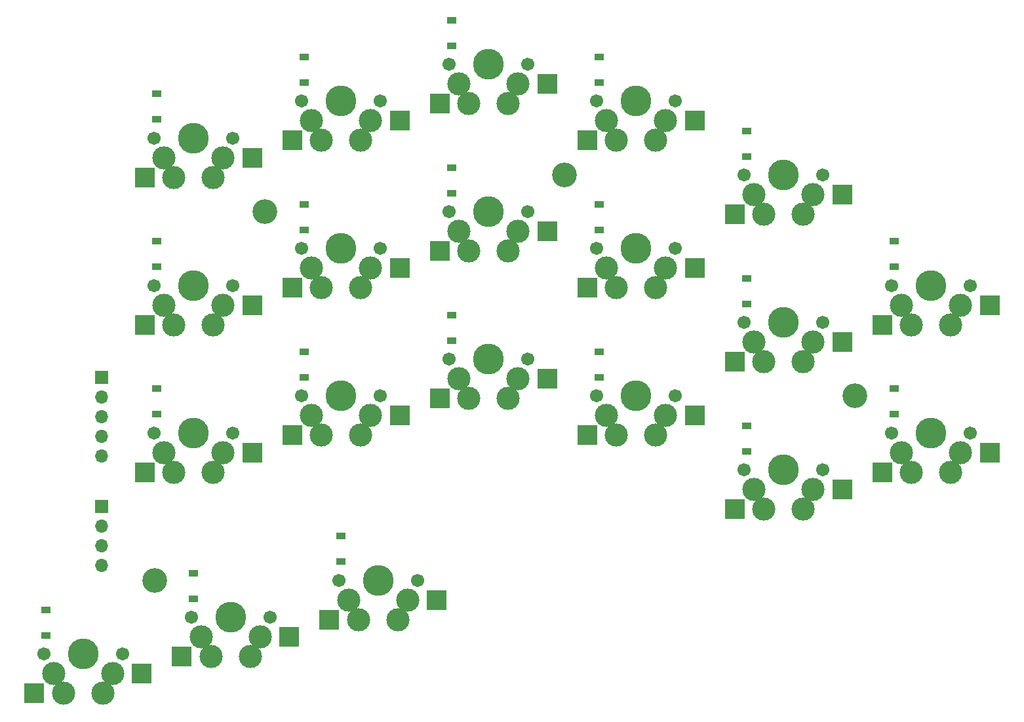
<source format=gbs>
G04 #@! TF.GenerationSoftware,KiCad,Pcbnew,5.1.10-88a1d61d58~88~ubuntu18.04.1*
G04 #@! TF.CreationDate,2021-07-26T22:38:52+03:00*
G04 #@! TF.ProjectId,pcb,7063622e-6b69-4636-9164-5f7063625858,rev?*
G04 #@! TF.SameCoordinates,Original*
G04 #@! TF.FileFunction,Soldermask,Bot*
G04 #@! TF.FilePolarity,Negative*
%FSLAX46Y46*%
G04 Gerber Fmt 4.6, Leading zero omitted, Abs format (unit mm)*
G04 Created by KiCad (PCBNEW 5.1.10-88a1d61d58~88~ubuntu18.04.1) date 2021-07-26 22:38:52*
%MOMM*%
%LPD*%
G01*
G04 APERTURE LIST*
%ADD10C,3.200000*%
%ADD11R,2.550000X2.500000*%
%ADD12C,1.701800*%
%ADD13C,3.987800*%
%ADD14C,3.000000*%
%ADD15O,1.700000X1.700000*%
%ADD16R,1.700000X1.700000*%
%ADD17R,1.200000X0.900000*%
G04 APERTURE END LIST*
D10*
X9225000Y9525000D03*
X23512500Y57150000D03*
X62212500Y61912500D03*
X99712500Y33337500D03*
D11*
X117098000Y45085000D03*
D12*
X114618000Y47625000D03*
X104458000Y47625000D03*
D13*
X109538000Y47625000D03*
D14*
X113348000Y45085000D03*
X106998000Y42545000D03*
D11*
X103248000Y42545000D03*
X98047500Y21272500D03*
D12*
X95567500Y23812500D03*
X85407500Y23812500D03*
D13*
X90487500Y23812500D03*
D14*
X94297500Y21272500D03*
X87947500Y18732500D03*
D11*
X84197500Y18732500D03*
X98047500Y40322500D03*
D12*
X95567500Y42862500D03*
X85407500Y42862500D03*
D13*
X90487500Y42862500D03*
D14*
X94297500Y40322500D03*
X87947500Y37782500D03*
D11*
X84197500Y37782500D03*
X98047500Y59372500D03*
D12*
X95567500Y61912500D03*
X85407500Y61912500D03*
D13*
X90487500Y61912500D03*
D14*
X94297500Y59372500D03*
X87947500Y56832500D03*
D11*
X84197500Y56832500D03*
X117098000Y26035000D03*
D12*
X114618000Y28575000D03*
X104458000Y28575000D03*
D13*
X109538000Y28575000D03*
D14*
X113348000Y26035000D03*
X106998000Y23495000D03*
D11*
X103248000Y23495000D03*
X78997500Y30797500D03*
D12*
X76517500Y33337500D03*
X66357500Y33337500D03*
D13*
X71437500Y33337500D03*
D14*
X75247500Y30797500D03*
X68897500Y28257500D03*
D11*
X65147500Y28257500D03*
X78997500Y49847500D03*
D12*
X76517500Y52387500D03*
X66357500Y52387500D03*
D13*
X71437500Y52387500D03*
D14*
X75247500Y49847500D03*
X68897500Y47307500D03*
D11*
X65147500Y47307500D03*
X78997500Y68897500D03*
D12*
X76517500Y71437500D03*
X66357500Y71437500D03*
D13*
X71437500Y71437500D03*
D14*
X75247500Y68897500D03*
X68897500Y66357500D03*
D11*
X65147500Y66357500D03*
X45660000Y6985000D03*
D12*
X43180000Y9525000D03*
X33020000Y9525000D03*
D13*
X38100000Y9525000D03*
D14*
X41910000Y6985000D03*
X35560000Y4445000D03*
D11*
X31810000Y4445000D03*
X59947500Y35560000D03*
D12*
X57467500Y38100000D03*
X47307500Y38100000D03*
D13*
X52387500Y38100000D03*
D14*
X56197500Y35560000D03*
X49847500Y33020000D03*
D11*
X46097500Y33020000D03*
X59947500Y54610000D03*
D12*
X57467500Y57150000D03*
X47307500Y57150000D03*
D13*
X52387500Y57150000D03*
D14*
X56197500Y54610000D03*
X49847500Y52070000D03*
D11*
X46097500Y52070000D03*
X59947500Y73660000D03*
D12*
X57467500Y76200000D03*
X47307500Y76200000D03*
D13*
X52387500Y76200000D03*
D14*
X56197500Y73660000D03*
X49847500Y71120000D03*
D11*
X46097500Y71120000D03*
X26610000Y2222500D03*
D12*
X24130000Y4762500D03*
X13970000Y4762500D03*
D13*
X19050000Y4762500D03*
D14*
X22860000Y2222500D03*
X16510000Y-317500D03*
D11*
X12760000Y-317500D03*
X40897500Y30797500D03*
D12*
X38417500Y33337500D03*
X28257500Y33337500D03*
D13*
X33337500Y33337500D03*
D14*
X37147500Y30797500D03*
X30797500Y28257500D03*
D11*
X27047500Y28257500D03*
X40897500Y49847500D03*
D12*
X38417500Y52387500D03*
X28257500Y52387500D03*
D13*
X33337500Y52387500D03*
D14*
X37147500Y49847500D03*
X30797500Y47307500D03*
D11*
X27047500Y47307500D03*
X40897500Y68897500D03*
D12*
X38417500Y71437500D03*
X28257500Y71437500D03*
D13*
X33337500Y71437500D03*
D14*
X37147500Y68897500D03*
X30797500Y66357500D03*
D11*
X27047500Y66357500D03*
X7560000Y-2540000D03*
D12*
X5080000Y0D03*
X-5080000Y0D03*
D13*
X0Y0D03*
D14*
X3810000Y-2540000D03*
X-2540000Y-5080000D03*
D11*
X-6290000Y-5080000D03*
X21847500Y26035000D03*
D12*
X19367500Y28575000D03*
X9207500Y28575000D03*
D13*
X14287500Y28575000D03*
D14*
X18097500Y26035000D03*
X11747500Y23495000D03*
D11*
X7997500Y23495000D03*
X21847500Y45085000D03*
D12*
X19367500Y47625000D03*
X9207500Y47625000D03*
D13*
X14287500Y47625000D03*
D14*
X18097500Y45085000D03*
X11747500Y42545000D03*
D11*
X7997500Y42545000D03*
X21847500Y64135000D03*
D12*
X19367500Y66675000D03*
X9207500Y66675000D03*
D13*
X14287500Y66675000D03*
D14*
X18097500Y64135000D03*
X11747500Y61595000D03*
D11*
X7997500Y61595000D03*
D12*
X104458000Y47625000D03*
X114618000Y47625000D03*
D13*
X109538000Y47625000D03*
D14*
X105728000Y45085000D03*
X112078000Y42545000D03*
D12*
X85407500Y23812500D03*
X95567500Y23812500D03*
D13*
X90487500Y23812500D03*
D14*
X86677500Y21272500D03*
X93027500Y18732500D03*
D12*
X85407500Y42862500D03*
X95567500Y42862500D03*
D13*
X90487500Y42862500D03*
D14*
X86677500Y40322500D03*
X93027500Y37782500D03*
D12*
X85407500Y61912500D03*
X95567500Y61912500D03*
D13*
X90487500Y61912500D03*
D14*
X86677500Y59372500D03*
X93027500Y56832500D03*
D12*
X104458000Y28575000D03*
X114618000Y28575000D03*
D13*
X109538000Y28575000D03*
D14*
X105728000Y26035000D03*
X112078000Y23495000D03*
D12*
X66357500Y33337500D03*
X76517500Y33337500D03*
D13*
X71437500Y33337500D03*
D14*
X67627500Y30797500D03*
X73977500Y28257500D03*
D12*
X66357500Y52387500D03*
X76517500Y52387500D03*
D13*
X71437500Y52387500D03*
D14*
X67627500Y49847500D03*
X73977500Y47307500D03*
D12*
X66357500Y71437500D03*
X76517500Y71437500D03*
D13*
X71437500Y71437500D03*
D14*
X67627500Y68897500D03*
X73977500Y66357500D03*
D12*
X33020000Y9525000D03*
X43180000Y9525000D03*
D13*
X38100000Y9525000D03*
D14*
X34290000Y6985000D03*
X40640000Y4445000D03*
D12*
X47307500Y38100000D03*
X57467500Y38100000D03*
D13*
X52387500Y38100000D03*
D14*
X48577500Y35560000D03*
X54927500Y33020000D03*
D12*
X47307500Y57150000D03*
X57467500Y57150000D03*
D13*
X52387500Y57150000D03*
D14*
X48577500Y54610000D03*
X54927500Y52070000D03*
D12*
X47307500Y76200000D03*
X57467500Y76200000D03*
D13*
X52387500Y76200000D03*
D14*
X48577500Y73660000D03*
X54927500Y71120000D03*
D12*
X13970000Y4762500D03*
X24130000Y4762500D03*
D13*
X19050000Y4762500D03*
D14*
X15240000Y2222500D03*
X21590000Y-317500D03*
D12*
X28257500Y33337500D03*
X38417500Y33337500D03*
D13*
X33337500Y33337500D03*
D14*
X29527500Y30797500D03*
X35877500Y28257500D03*
D12*
X28257500Y52387500D03*
X38417500Y52387500D03*
D13*
X33337500Y52387500D03*
D14*
X29527500Y49847500D03*
X35877500Y47307500D03*
D12*
X28257500Y71437500D03*
X38417500Y71437500D03*
D13*
X33337500Y71437500D03*
D14*
X29527500Y68897500D03*
X35877500Y66357500D03*
D12*
X-5080000Y0D03*
X5080000Y0D03*
D13*
X0Y0D03*
D14*
X-3810000Y-2540000D03*
X2540000Y-5080000D03*
D12*
X9207500Y28575000D03*
X19367500Y28575000D03*
D13*
X14287500Y28575000D03*
D14*
X10477500Y26035000D03*
X16827500Y23495000D03*
D12*
X9207500Y47625000D03*
X19367500Y47625000D03*
D13*
X14287500Y47625000D03*
D14*
X10477500Y45085000D03*
X16827500Y42545000D03*
D12*
X9207500Y66675000D03*
X19367500Y66675000D03*
D13*
X14287500Y66675000D03*
D14*
X10477500Y64135000D03*
X16827500Y61595000D03*
D15*
X2381300Y11430000D03*
X2381300Y13970000D03*
X2381300Y16510000D03*
D16*
X2381300Y19050000D03*
D15*
X2381300Y25558800D03*
X2381300Y28098800D03*
X2381300Y30638800D03*
X2381300Y33178800D03*
D16*
X2381300Y35718800D03*
D17*
X104775000Y50006200D03*
X104775000Y53306200D03*
X85725000Y26193800D03*
X85725000Y29493800D03*
X85725000Y45243800D03*
X85725000Y48543800D03*
X85725000Y64293800D03*
X85725000Y67593800D03*
X104775000Y30956200D03*
X104775000Y34256200D03*
X66675000Y35718800D03*
X66675000Y39018800D03*
X66675000Y54768800D03*
X66675000Y58068800D03*
X66675000Y73818800D03*
X66675000Y77118800D03*
X33337500Y11906200D03*
X33337500Y15206200D03*
X47625000Y40481200D03*
X47625000Y43781200D03*
X47625000Y59531200D03*
X47625000Y62831200D03*
X47625000Y78581200D03*
X47625000Y81881200D03*
X14287500Y7143800D03*
X14287500Y10443800D03*
X28575000Y35718800D03*
X28575000Y39018800D03*
X28575000Y54768800D03*
X28575000Y58068800D03*
X28575000Y73818800D03*
X28575000Y77118800D03*
X-4762500Y2381300D03*
X-4762500Y5681300D03*
X9525000Y30956200D03*
X9525000Y34256200D03*
X9525000Y50006200D03*
X9525000Y53306200D03*
X9525000Y69056200D03*
X9525000Y72356200D03*
M02*

</source>
